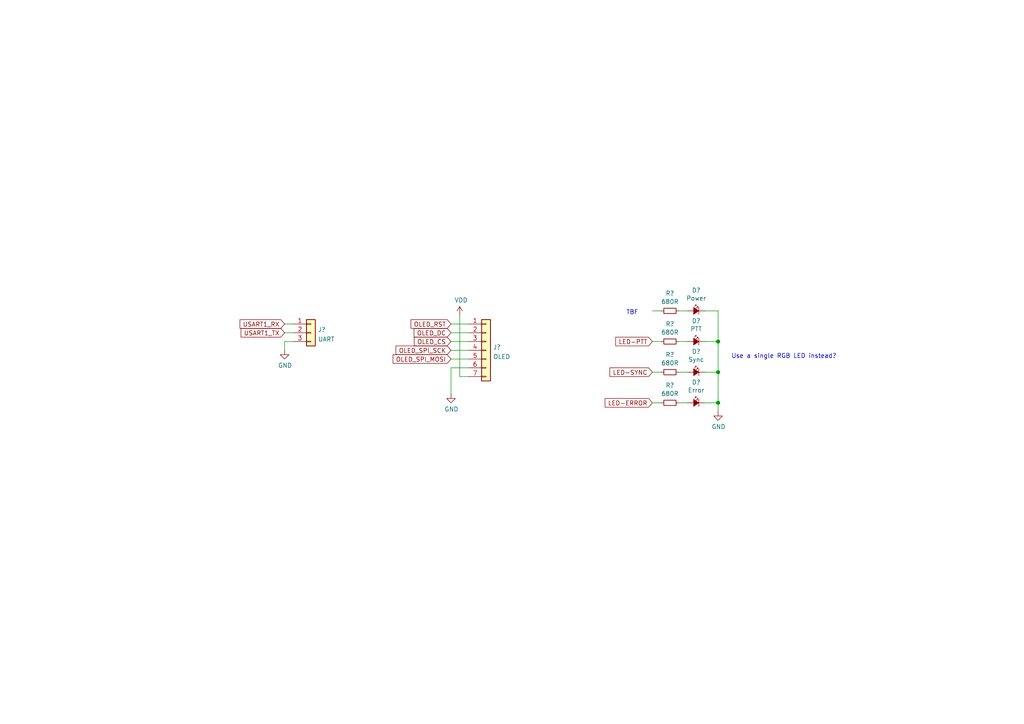
<source format=kicad_sch>
(kicad_sch (version 20211123) (generator eeschema)
  (paper "A4")
  (title_block (title "Mini17 - QRP M17 handheld") (date "2022-07-25") (rev "A") (company "M17 Project"))
  (lib_symbols
    (symbol "Connector_Generic:Conn_01x03" (pin_names (offset 1.016) hide)
      (property "Reference" "J" (at 0 5.08 0))
      (property "Value" "Conn_01x03" (at 0 -5.08 0))
      (symbol "Conn_01x03_1_1"
        (rectangle (start -1.27 -2.413) (end 0 -2.667) (stroke (width 0.1524)))
        (rectangle (start -1.27 0.127) (end 0 -0.127) (stroke (width 0.1524)))
        (rectangle (start -1.27 2.667) (end 0 2.413) (stroke (width 0.1524)))
        (rectangle (start -1.27 3.81) (end 1.27 -3.81) (stroke (width 0.254)) (fill (type background)))
        (pin passive line (at -5.08 2.54 0) (length 3.81) (name "Pin_1") (number "1"))
        (pin passive line (at -5.08 0 0) (length 3.81) (name "Pin_2") (number "2"))
        (pin passive line (at -5.08 -2.54 0) (length 3.81) (name "Pin_3") (number "3"))
      )
    )
    (symbol "Connector_Generic:Conn_01x07" (pin_names (offset 1.016) hide)
      (property "Reference" "J" (at 0 10.16 0))
      (property "Value" "Conn_01x07" (at 0 -10.16 0))
      (symbol "Conn_01x07_1_1"
        (rectangle (start -1.27 -7.493) (end 0 -7.747) (stroke (width 0.1524)))
        (rectangle (start -1.27 -4.953) (end 0 -5.207) (stroke (width 0.1524)))
        (rectangle (start -1.27 -2.413) (end 0 -2.667) (stroke (width 0.1524)))
        (rectangle (start -1.27 0.127) (end 0 -0.127) (stroke (width 0.1524)))
        (rectangle (start -1.27 2.667) (end 0 2.413) (stroke (width 0.1524)))
        (rectangle (start -1.27 5.207) (end 0 4.953) (stroke (width 0.1524)))
        (rectangle (start -1.27 7.747) (end 0 7.493) (stroke (width 0.1524)))
        (rectangle (start -1.27 8.89) (end 1.27 -8.89) (stroke (width 0.254)) (fill (type background)))
        (pin passive line (at -5.08 7.62 0) (length 3.81) (name "Pin_1") (number "1"))
        (pin passive line (at -5.08 5.08 0) (length 3.81) (name "Pin_2") (number "2"))
        (pin passive line (at -5.08 2.54 0) (length 3.81) (name "Pin_3") (number "3"))
        (pin passive line (at -5.08 0 0) (length 3.81) (name "Pin_4") (number "4"))
        (pin passive line (at -5.08 -2.54 0) (length 3.81) (name "Pin_5") (number "5"))
        (pin passive line (at -5.08 -5.08 0) (length 3.81) (name "Pin_6") (number "6"))
        (pin passive line (at -5.08 -7.62 0) (length 3.81) (name "Pin_7") (number "7"))
      )
    )
    (symbol "pkl_device:pkl_Led_Small" (pin_numbers hide) (pin_names (offset 0.254) hide)
      (property "Reference" "D" (at -1.27 2.54 0))
      (property "Value" "pkl_Led_Small" (at -3.81 -2.032 0))
      (symbol "pkl_Led_Small_0_1"
        (polyline (pts (xy 0.762 -1.016) (xy 0.762 1.016)))
        (polyline (pts (xy -0.762 -1.016) (xy 0.762 0) (xy -0.762 1.016) (xy -0.762 -1.016)) (fill (type outline)))
        (polyline (pts (xy -0.508 1.27) (xy 0 1.778) (xy -0.254 1.778) (xy 0 1.778) (xy 0 1.524)))
        (polyline (pts (xy 0 0.762) (xy 0.508 1.27) (xy 0.254 1.27) (xy 0.508 1.27) (xy 0.508 1.016)))
      )
      (symbol "pkl_Led_Small_1_1"
        (pin passive line (at -2.54 0 0) (length 1.778) (name "A") (number "A"))
        (pin passive line (at 2.54 0 180) (length 1.778) (name "C") (number "C"))
      )
    )
    (symbol "pkl_device:pkl_R_Small" (pin_numbers hide) (pin_names (offset 0.254) hide)
      (property "Reference" "R" (at 0.762 0.508 0))
      (property "Value" "pkl_R_Small" (at 0.762 -1.016 0))
      (symbol "pkl_R_Small_0_1"
        (rectangle (start -0.762 1.778) (end 0.762 -1.778) (stroke (width 0.2032)))
      )
      (symbol "pkl_R_Small_1_1"
        (pin passive line (at 0 2.54 270) (length 0.762) (name "~") (number "1"))
        (pin passive line (at 0 -2.54 90) (length 0.762) (name "~") (number "2"))
      )
    )
    (symbol "power:GND" (power) (pin_names (offset 0))
      (property "Value" "GND" (at 0 -3.81 0))
      (symbol "GND_0_1"
        (polyline (pts (xy 0 0) (xy 0 -1.27) (xy 1.27 -1.27) (xy 0 -2.54) (xy -1.27 -1.27) (xy 0 -1.27)))
      )
      (symbol "GND_1_1"
        (pin power_in line (at 0 0 270) (length 0) hide (name "GND") (number "1"))
      )
    )
    (symbol "power:VDD" (power) (pin_names (offset 0))
      (property "Value" "VDD" (at 0 3.81 0))
      (symbol "VDD_0_1"
        (polyline (pts (xy -0.762 1.27) (xy 0 2.54)))
        (polyline (pts (xy 0 0) (xy 0 2.54)))
        (polyline (pts (xy 0 2.54) (xy 0.762 1.27)))
      )
      (symbol "VDD_1_1"
        (pin power_in line (at 0 0 90) (length 0) hide (name "VDD") (number "1"))
      )
    )
  )
  (junction (at 208.28 107.95) (diameter 1.016))
  (junction (at 208.28 99.06) (diameter 1.016))
  (junction (at 208.28 116.84) (diameter 1.016))
  (wire (pts (xy 208.28 99.06) (xy 208.28 107.95)))
  (wire (pts (xy 130.81 93.98) (xy 135.89 93.98)))
  (wire (pts (xy 196.85 90.17) (xy 199.39 90.17)))
  (wire (pts (xy 191.77 116.84) (xy 189.23 116.84)))
  (wire (pts (xy 82.55 96.52) (xy 85.09 96.52)))
  (wire (pts (xy 204.47 90.17) (xy 208.28 90.17)))
  (wire (pts (xy 204.47 99.06) (xy 208.28 99.06)))
  (wire (pts (xy 135.89 106.68) (xy 130.81 106.68)))
  (wire (pts (xy 208.28 116.84) (xy 208.28 119.38)))
  (wire (pts (xy 191.77 107.95) (xy 189.23 107.95)))
  (wire (pts (xy 191.77 99.06) (xy 189.23 99.06)))
  (wire (pts (xy 135.89 109.22) (xy 133.35 109.22)))
  (wire (pts (xy 208.28 107.95) (xy 208.28 116.84)))
  (wire (pts (xy 133.35 109.22) (xy 133.35 91.44)))
  (wire (pts (xy 82.55 93.98) (xy 85.09 93.98)))
  (wire (pts (xy 208.28 90.17) (xy 208.28 99.06)))
  (wire (pts (xy 130.81 101.6) (xy 135.89 101.6)))
  (wire (pts (xy 196.85 99.06) (xy 199.39 99.06)))
  (wire (pts (xy 130.81 96.52) (xy 135.89 96.52)))
  (wire (pts (xy 130.81 106.68) (xy 130.81 114.3)))
  (wire (pts (xy 85.09 99.06) (xy 82.55 99.06)))
  (wire (pts (xy 191.77 90.17) (xy 189.23 90.17)))
  (wire (pts (xy 204.47 107.95) (xy 208.28 107.95)))
  (wire (pts (xy 82.55 99.06) (xy 82.55 101.6)))
  (wire (pts (xy 130.81 99.06) (xy 135.89 99.06)))
  (wire (pts (xy 130.81 104.14) (xy 135.89 104.14)))
  (wire (pts (xy 196.85 107.95) (xy 199.39 107.95)))
  (wire (pts (xy 204.47 116.84) (xy 208.28 116.84)))
  (wire (pts (xy 196.85 116.84) (xy 199.39 116.84)))
  (text "TBF" (at 181.61 91.44 0) (effects (font (size 1.27 1.27)) (justify left bottom)))
  (text "Use a single RGB LED instead?" (at 212.09 104.14 0) (effects (font (size 1.27 1.27)) (justify left bottom)))
  (global_label "OLED_SPI_SCK" (shape input) (at 130.81 101.6 180) (property "Intersheet References" "${INTERSHEET_REFS}" (effects hide)))
  (global_label "OLED_DC" (shape input) (at 130.81 96.52 180) (property "Intersheet References" "${INTERSHEET_REFS}" (effects hide)))
  (global_label "LED-PTT" (shape input) (at 189.23 99.06 180) (property "Intersheet References" "${INTERSHEET_REFS}" (effects hide)))
  (global_label "OLED_SPI_MOSI" (shape input) (at 130.81 104.14 180) (property "Intersheet References" "${INTERSHEET_REFS}" (effects hide)))
  (global_label "LED-SYNC" (shape input) (at 189.23 107.95 180) (property "Intersheet References" "${INTERSHEET_REFS}" (effects hide)))
  (global_label "USART1_RX" (shape input) (at 82.55 93.98 180) (property "Intersheet References" "${INTERSHEET_REFS}" (effects hide)))
  (global_label "USART1_TX" (shape input) (at 82.55 96.52 180) (property "Intersheet References" "${INTERSHEET_REFS}" (effects hide)))
  (global_label "OLED_CS" (shape input) (at 130.81 99.06 180) (property "Intersheet References" "${INTERSHEET_REFS}" (effects hide)))
  (global_label "LED-ERROR" (shape input) (at 189.23 116.84 180) (property "Intersheet References" "${INTERSHEET_REFS}" (effects hide)))
  (global_label "OLED_RST" (shape input) (at 130.81 93.98 180) (property "Intersheet References" "${INTERSHEET_REFS}" (effects hide)))
  (symbol (lib_id "pkl_device:pkl_R_Small") (at 194.31 116.84 270) (unit 1)
    (property "Reference" "R?" (at 194.31 111.76 90))
    (property "Value" "680R" (at 194.31 114.173 90))
    (property "Footprint" "pkl_dipol:R_0603" (effects hide))
  )
  (symbol (lib_id "pkl_device:pkl_Led_Small") (at 201.93 116.84 0) (unit 1)
    (property "Reference" "D?" (at 201.93 110.871 0))
    (property "Value" "Error" (at 201.93 113.1824 0))
    (property "Footprint" "pkl_dipol:D_0603" (effects hide))
  )
  (symbol (lib_id "pkl_device:pkl_Led_Small") (at 201.93 99.06 0) (unit 1)
    (property "Reference" "D?" (at 201.93 93.091 0))
    (property "Value" "PTT" (at 201.93 95.4024 0))
    (property "Footprint" "pkl_dipol:D_0603" (effects hide))
  )
  (symbol (lib_id "pkl_device:pkl_Led_Small") (at 201.93 107.95 0) (unit 1)
    (property "Reference" "D?" (at 201.93 101.981 0))
    (property "Value" "Sync" (at 201.93 104.2924 0))
    (property "Footprint" "pkl_dipol:D_0603" (effects hide))
  )
  (symbol (lib_id "pkl_device:pkl_Led_Small") (at 201.93 90.17 0) (unit 1)
    (property "Reference" "D?" (at 201.93 84.201 0))
    (property "Value" "Power" (at 201.93 86.5124 0))
    (property "Footprint" "pkl_dipol:D_0603" (effects hide))
  )
  (symbol (lib_id "power:GND") (at 82.55 101.6 0) (unit 1)
    (property "Reference" "#PWR?" (effects hide))
    (property "Value" "GND" (at 82.677 105.9942 0))
  )
  (symbol (lib_id "power:VDD") (at 133.35 91.44 0) (unit 1)
    (property "Reference" "#PWR?" (effects hide))
    (property "Value" "VDD" (at 133.731 87.0458 0))
  )
  (symbol (lib_id "Connector_Generic:Conn_01x07") (at 140.97 101.6 0) (unit 1)
    (property "Reference" "J?" (at 143.0021 100.6915 0) (effects (justify left)))
    (property "Value" "OLED" (at 143.0021 103.4666 0) (effects (justify left)))
    (property "Footprint" "Connector_PinHeader_2.54mm:PinHeader_1x07_P2.54mm_Vertical" (effects hide))
  )
  (symbol (lib_id "pkl_device:pkl_R_Small") (at 194.31 107.95 270) (unit 1)
    (property "Reference" "R?" (at 194.31 102.87 90))
    (property "Value" "680R" (at 194.31 105.283 90))
    (property "Footprint" "pkl_dipol:R_0603" (effects hide))
  )
  (symbol (lib_id "pkl_device:pkl_R_Small") (at 194.31 90.17 270) (unit 1)
    (property "Reference" "R?" (at 194.31 85.09 90))
    (property "Value" "680R" (at 194.31 87.503 90))
    (property "Footprint" "pkl_dipol:R_0603" (effects hide))
  )
  (symbol (lib_id "pkl_device:pkl_R_Small") (at 194.31 99.06 270) (unit 1)
    (property "Reference" "R?" (at 194.31 93.98 90))
    (property "Value" "680R" (at 194.31 96.393 90))
    (property "Footprint" "pkl_dipol:R_0603" (effects hide))
  )
  (symbol (lib_id "power:GND") (at 130.81 114.3 0) (unit 1)
    (property "Reference" "#PWR?" (effects hide))
    (property "Value" "GND" (at 130.937 118.6942 0))
  )
  (symbol (lib_id "power:GND") (at 208.28 119.38 0) (unit 1)
    (property "Reference" "#PWR?" (effects hide))
    (property "Value" "GND" (at 208.407 123.7742 0))
  )
  (symbol (lib_id "Connector_Generic:Conn_01x03") (at 90.17 96.52 0) (unit 1)
    (property "Reference" "J?" (at 92.2021 95.6115 0) (effects (justify left)))
    (property "Value" "UART" (at 92.2021 98.3866 0) (effects (justify left)))
    (property "Footprint" "Connector_PinHeader_2.54mm:PinHeader_1x03_P2.54mm_Vertical" (effects hide))
  )
)
</source>
